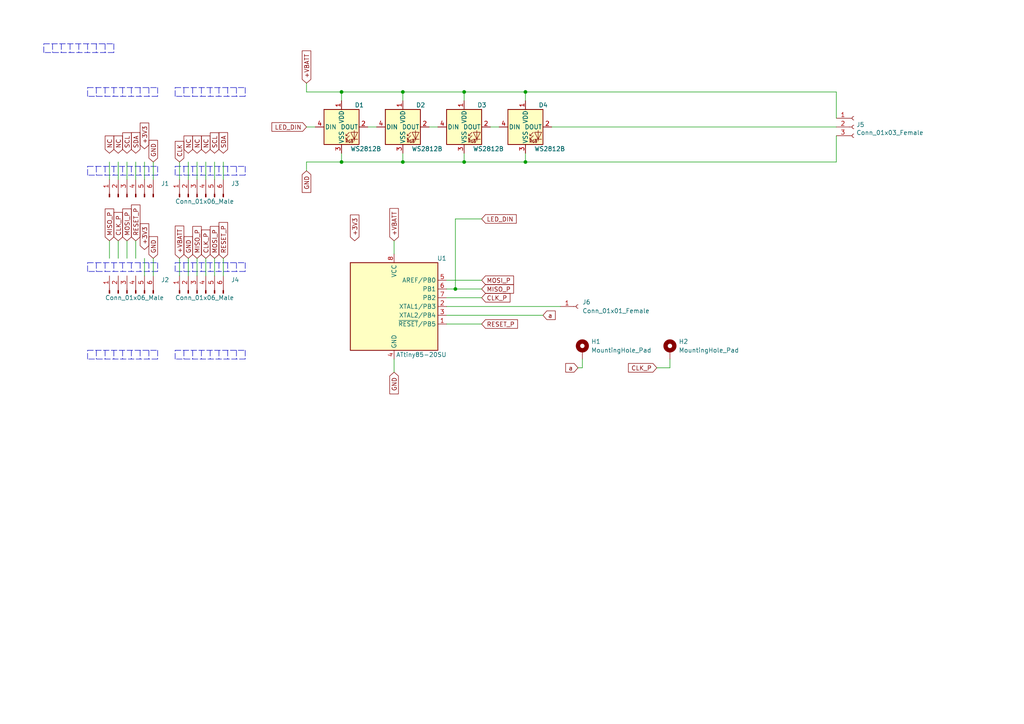
<source format=kicad_sch>
(kicad_sch (version 20211123) (generator eeschema)
  (paper "A4")
  (lib_symbols
    (symbol "Connector:Conn_01x01_Female" (pin_names (offset 1.016) hide)
      (property "Reference" "J" (at 0 2.54 0))
      (property "Value" "Conn_01x01_Female" (at 0 -2.54 0))
      (symbol "Conn_01x01_Female_1_1"
        (polyline (pts (xy -1.27 0) (xy -0.508 0)) (stroke (width 0.1524)))
        (arc (start 0 0.508) (mid -0.508 0) (end 0 -0.508) (stroke (width 0.1524)))
        (pin passive line (at -5.08 0 0) (length 3.81) (name "Pin_1") (number "1"))
      )
    )
    (symbol "Connector:Conn_01x03_Female" (pin_names (offset 1.016) hide)
      (property "Reference" "J" (at 0 5.08 0))
      (property "Value" "Conn_01x03_Female" (at 0 -5.08 0))
      (symbol "Conn_01x03_Female_1_1"
        (arc (start 0 -2.032) (mid -0.508 -2.54) (end 0 -3.048) (stroke (width 0.1524)))
        (polyline (pts (xy -1.27 -2.54) (xy -0.508 -2.54)) (stroke (width 0.1524)))
        (polyline (pts (xy -1.27 0) (xy -0.508 0)) (stroke (width 0.1524)))
        (polyline (pts (xy -1.27 2.54) (xy -0.508 2.54)) (stroke (width 0.1524)))
        (arc (start 0 0.508) (mid -0.508 0) (end 0 -0.508) (stroke (width 0.1524)))
        (arc (start 0 3.048) (mid -0.508 2.54) (end 0 2.032) (stroke (width 0.1524)))
        (pin passive line (at -5.08 2.54 0) (length 3.81) (name "Pin_1") (number "1"))
        (pin passive line (at -5.08 0 0) (length 3.81) (name "Pin_2") (number "2"))
        (pin passive line (at -5.08 -2.54 0) (length 3.81) (name "Pin_3") (number "3"))
      )
    )
    (symbol "Connector:Conn_01x06_Male" (pin_names (offset 1.016) hide)
      (property "Reference" "J" (at 0 7.62 0))
      (property "Value" "Conn_01x06_Male" (at 0 -10.16 0))
      (symbol "Conn_01x06_Male_1_1"
        (polyline (pts (xy 1.27 -7.62) (xy 0.8636 -7.62)) (stroke (width 0.1524)))
        (polyline (pts (xy 1.27 -5.08) (xy 0.8636 -5.08)) (stroke (width 0.1524)))
        (polyline (pts (xy 1.27 -2.54) (xy 0.8636 -2.54)) (stroke (width 0.1524)))
        (polyline (pts (xy 1.27 0) (xy 0.8636 0)) (stroke (width 0.1524)))
        (polyline (pts (xy 1.27 2.54) (xy 0.8636 2.54)) (stroke (width 0.1524)))
        (polyline (pts (xy 1.27 5.08) (xy 0.8636 5.08)) (stroke (width 0.1524)))
        (rectangle (start 0.8636 -7.493) (end 0 -7.747) (stroke (width 0.1524)) (fill (type outline)))
        (rectangle (start 0.8636 -4.953) (end 0 -5.207) (stroke (width 0.1524)) (fill (type outline)))
        (rectangle (start 0.8636 -2.413) (end 0 -2.667) (stroke (width 0.1524)) (fill (type outline)))
        (rectangle (start 0.8636 0.127) (end 0 -0.127) (stroke (width 0.1524)) (fill (type outline)))
        (rectangle (start 0.8636 2.667) (end 0 2.413) (stroke (width 0.1524)) (fill (type outline)))
        (rectangle (start 0.8636 5.207) (end 0 4.953) (stroke (width 0.1524)) (fill (type outline)))
        (pin passive line (at 5.08 5.08 180) (length 3.81) (name "Pin_1") (number "1"))
        (pin passive line (at 5.08 2.54 180) (length 3.81) (name "Pin_2") (number "2"))
        (pin passive line (at 5.08 0 180) (length 3.81) (name "Pin_3") (number "3"))
        (pin passive line (at 5.08 -2.54 180) (length 3.81) (name "Pin_4") (number "4"))
        (pin passive line (at 5.08 -5.08 180) (length 3.81) (name "Pin_5") (number "5"))
        (pin passive line (at 5.08 -7.62 180) (length 3.81) (name "Pin_6") (number "6"))
      )
    )
    (symbol "LED:WS2812B" (pin_names (offset 0.254))
      (property "Reference" "D" (at 5.08 5.715 0))
      (property "Value" "WS2812B" (at 1.27 -5.715 0))
      (symbol "WS2812B_0_0"
        (text "RGB" (at 2.286 -4.191 0) (effects (font (size 0.762 0.762))))
      )
      (symbol "WS2812B_0_1"
        (polyline (pts (xy 1.27 -3.556) (xy 1.778 -3.556)))
        (polyline (pts (xy 1.27 -2.54) (xy 1.778 -2.54)))
        (polyline (pts (xy 4.699 -3.556) (xy 2.667 -3.556)))
        (polyline (pts (xy 2.286 -2.54) (xy 1.27 -3.556) (xy 1.27 -3.048)))
        (polyline (pts (xy 2.286 -1.524) (xy 1.27 -2.54) (xy 1.27 -2.032)))
        (polyline (pts (xy 3.683 -1.016) (xy 3.683 -3.556) (xy 3.683 -4.064)))
        (polyline (pts (xy 4.699 -1.524) (xy 2.667 -1.524) (xy 3.683 -3.556) (xy 4.699 -1.524)))
        (rectangle (start 5.08 5.08) (end -5.08 -5.08) (stroke (width 0.254)) (fill (type background)))
      )
      (symbol "WS2812B_1_1"
        (pin power_in line (at 0 7.62 270) (length 2.54) (name "VDD") (number "1"))
        (pin output line (at 7.62 0 180) (length 2.54) (name "DOUT") (number "2"))
        (pin power_in line (at 0 -7.62 90) (length 2.54) (name "VSS") (number "3"))
        (pin input line (at -7.62 0 0) (length 2.54) (name "DIN") (number "4"))
      )
    )
    (symbol "Mechanical:MountingHole_Pad" (pin_numbers hide) (pin_names (offset 1.016) hide)
      (property "Reference" "H" (at 0 6.35 0))
      (property "Value" "MountingHole_Pad" (at 0 4.445 0))
      (symbol "MountingHole_Pad_0_1"
        (circle (center 0 1.27) (radius 1.27) (stroke (width 1.27)))
      )
      (symbol "MountingHole_Pad_1_1"
        (pin input line (at 0 -2.54 90) (length 2.54) (name "1") (number "1"))
      )
    )
    (symbol "companion-rescue:ATtiny85-20SU-MCU_Microchip_ATtiny"
      (property "Reference" "U" (at -12.7 13.97 0))
      (property "Value" "ATtiny85-20SU-MCU_Microchip_ATtiny" (at 2.54 -13.97 0))
      (symbol "ATtiny85-20SU-MCU_Microchip_ATtiny_0_1"
        (rectangle (start -12.7 -12.7) (end 12.7 12.7) (stroke (width 0.254)) (fill (type background)))
      )
      (symbol "ATtiny85-20SU-MCU_Microchip_ATtiny_1_1"
        (pin bidirectional line (at 15.24 -5.08 180) (length 2.54) (name "~{RESET}/PB5") (number "1"))
        (pin bidirectional line (at 15.24 0 180) (length 2.54) (name "XTAL1/PB3") (number "2"))
        (pin bidirectional line (at 15.24 -2.54 180) (length 2.54) (name "XTAL2/PB4") (number "3"))
        (pin power_in line (at 0 -15.24 90) (length 2.54) (name "GND") (number "4"))
        (pin bidirectional line (at 15.24 7.62 180) (length 2.54) (name "AREF/PB0") (number "5"))
        (pin bidirectional line (at 15.24 5.08 180) (length 2.54) (name "PB1") (number "6"))
        (pin bidirectional line (at 15.24 2.54 180) (length 2.54) (name "PB2") (number "7"))
        (pin power_in line (at 0 15.24 270) (length 2.54) (name "VCC") (number "8"))
      )
    )
  )
  (junction (at 134.62 46.99))
  (junction (at 116.84 26.67))
  (junction (at 116.84 46.99))
  (junction (at 99.06 46.99))
  (junction (at 152.4 26.67))
  (junction (at 152.4 46.99))
  (junction (at 134.62 26.67))
  (junction (at 132.08 83.82))
  (junction (at 99.06 26.67))
  (polyline (pts (xy 71.12 27.94) (xy 50.8 27.94)))
  (wire (pts (xy 134.62 26.67) (xy 152.4 26.67)))
  (polyline (pts (xy 71.12 50.8) (xy 50.8 50.8)))
  (wire (pts (xy 132.08 83.82) (xy 139.7 83.82)))
  (polyline (pts (xy 33.02 48.26) (xy 33.02 50.8)))
  (wire (pts (xy 57.15 46.99) (xy 57.15 52.07)))
  (wire (pts (xy 134.62 46.99) (xy 134.62 44.45)))
  (polyline (pts (xy 63.5 25.4) (xy 63.5 27.94)))
  (polyline (pts (xy 45.72 25.4) (xy 45.72 27.94)))
  (polyline (pts (xy 33.02 25.4) (xy 33.02 27.94)))
  (wire (pts (xy 129.54 91.44) (xy 157.48 91.44)))
  (polyline (pts (xy 25.4 27.94) (xy 25.4 25.4)))
  (polyline (pts (xy 33.02 101.6) (xy 33.02 104.14)))
  (wire (pts (xy 62.23 46.99) (xy 62.23 52.07)))
  (polyline (pts (xy 55.88 101.6) (xy 55.88 104.14)))
  (wire (pts (xy 54.61 74.93) (xy 54.61 80.01)))
  (wire (pts (xy 99.06 26.67) (xy 116.84 26.67)))
  (polyline (pts (xy 35.56 25.4) (xy 35.56 27.94)))
  (polyline (pts (xy 25.4 25.4) (xy 45.72 25.4)))
  (polyline (pts (xy 40.64 76.2) (xy 40.64 78.74)))
  (polyline (pts (xy 71.12 76.2) (xy 71.12 78.74)))
  (polyline (pts (xy 25.4 78.74) (xy 25.4 76.2)))
  (polyline (pts (xy 55.88 76.2) (xy 55.88 78.74)))
  (polyline (pts (xy 20.32 12.7) (xy 20.32 15.24)))
  (wire (pts (xy 114.3 104.14) (xy 114.3 107.95)))
  (wire (pts (xy 36.83 46.99) (xy 36.83 52.07)))
  (wire (pts (xy 59.69 46.99) (xy 59.69 52.07)))
  (polyline (pts (xy 50.8 27.94) (xy 50.8 25.4)))
  (polyline (pts (xy 60.96 76.2) (xy 60.96 78.74)))
  (wire (pts (xy 39.37 46.99) (xy 39.37 52.07)))
  (polyline (pts (xy 38.1 48.26) (xy 38.1 50.8)))
  (wire (pts (xy 129.54 88.9) (xy 162.56 88.9)))
  (polyline (pts (xy 45.72 50.8) (xy 25.4 50.8)))
  (wire (pts (xy 242.57 34.29) (xy 242.57 26.67)))
  (polyline (pts (xy 53.34 25.4) (xy 53.34 27.94)))
  (polyline (pts (xy 30.48 12.7) (xy 30.48 15.24)))
  (polyline (pts (xy 68.58 48.26) (xy 68.58 50.8)))
  (polyline (pts (xy 25.4 12.7) (xy 25.4 15.24)))
  (polyline (pts (xy 25.4 101.6) (xy 45.72 101.6)))
  (wire (pts (xy 64.77 46.99) (xy 64.77 52.07)))
  (wire (pts (xy 129.54 83.82) (xy 132.08 83.82)))
  (polyline (pts (xy 58.42 76.2) (xy 58.42 78.74)))
  (polyline (pts (xy 45.72 78.74) (xy 25.4 78.74)))
  (polyline (pts (xy 15.24 12.7) (xy 15.24 15.24)))
  (polyline (pts (xy 27.94 48.26) (xy 27.94 50.8)))
  (polyline (pts (xy 63.5 76.2) (xy 63.5 78.74)))
  (polyline (pts (xy 60.96 101.6) (xy 60.96 104.14)))
  (wire (pts (xy 34.29 69.85) (xy 34.29 74.93)))
  (polyline (pts (xy 43.18 76.2) (xy 43.18 78.74)))
  (polyline (pts (xy 50.8 78.74) (xy 50.8 76.2)))
  (wire (pts (xy 167.64 106.68) (xy 168.91 106.68)))
  (polyline (pts (xy 66.04 101.6) (xy 66.04 104.14)))
  (wire (pts (xy 116.84 46.99) (xy 116.84 44.45)))
  (polyline (pts (xy 66.04 25.4) (xy 66.04 27.94)))
  (wire (pts (xy 168.91 106.68) (xy 168.91 104.14)))
  (polyline (pts (xy 43.18 48.26) (xy 43.18 50.8)))
  (wire (pts (xy 134.62 29.21) (xy 134.62 26.67)))
  (polyline (pts (xy 12.7 12.7) (xy 33.02 12.7)))
  (polyline (pts (xy 33.02 15.24) (xy 12.7 15.24)))
  (polyline (pts (xy 58.42 25.4) (xy 58.42 27.94)))
  (wire (pts (xy 129.54 86.36) (xy 139.7 86.36)))
  (wire (pts (xy 99.06 29.21) (xy 99.06 26.67)))
  (polyline (pts (xy 66.04 48.26) (xy 66.04 50.8)))
  (wire (pts (xy 52.07 46.99) (xy 52.07 52.07)))
  (polyline (pts (xy 60.96 48.26) (xy 60.96 50.8)))
  (polyline (pts (xy 43.18 101.6) (xy 43.18 104.14)))
  (wire (pts (xy 99.06 46.99) (xy 116.84 46.99)))
  (polyline (pts (xy 68.58 76.2) (xy 68.58 78.74)))
  (wire (pts (xy 152.4 46.99) (xy 242.57 46.99)))
  (wire (pts (xy 88.9 49.53) (xy 88.9 46.99)))
  (polyline (pts (xy 45.72 101.6) (xy 45.72 104.14)))
  (polyline (pts (xy 30.48 76.2) (xy 30.48 78.74)))
  (wire (pts (xy 139.7 63.5) (xy 132.08 63.5)))
  (polyline (pts (xy 53.34 76.2) (xy 53.34 78.74)))
  (polyline (pts (xy 27.94 76.2) (xy 27.94 78.74)))
  (wire (pts (xy 88.9 36.83) (xy 91.44 36.83)))
  (polyline (pts (xy 30.48 25.4) (xy 30.48 27.94)))
  (wire (pts (xy 124.46 36.83) (xy 127 36.83)))
  (wire (pts (xy 152.4 29.21) (xy 152.4 26.67)))
  (polyline (pts (xy 66.04 76.2) (xy 66.04 78.74)))
  (wire (pts (xy 88.9 26.67) (xy 99.06 26.67)))
  (polyline (pts (xy 38.1 76.2) (xy 38.1 78.74)))
  (polyline (pts (xy 55.88 25.4) (xy 55.88 27.94)))
  (polyline (pts (xy 53.34 101.6) (xy 53.34 104.14)))
  (polyline (pts (xy 33.02 76.2) (xy 33.02 78.74)))
  (polyline (pts (xy 63.5 101.6) (xy 63.5 104.14)))
  (polyline (pts (xy 60.96 25.4) (xy 60.96 27.94)))
  (polyline (pts (xy 35.56 101.6) (xy 35.56 104.14)))
  (wire (pts (xy 160.02 36.83) (xy 242.57 36.83)))
  (polyline (pts (xy 27.94 25.4) (xy 27.94 27.94)))
  (wire (pts (xy 59.69 74.93) (xy 59.69 80.01)))
  (wire (pts (xy 242.57 39.37) (xy 242.57 46.99)))
  (polyline (pts (xy 45.72 104.14) (xy 25.4 104.14)))
  (wire (pts (xy 152.4 46.99) (xy 152.4 44.45)))
  (polyline (pts (xy 27.94 12.7) (xy 27.94 15.24)))
  (wire (pts (xy 116.84 46.99) (xy 134.62 46.99)))
  (wire (pts (xy 31.75 69.85) (xy 31.75 74.93)))
  (polyline (pts (xy 50.8 76.2) (xy 71.12 76.2)))
  (wire (pts (xy 54.61 46.99) (xy 54.61 52.07)))
  (wire (pts (xy 132.08 63.5) (xy 132.08 83.82)))
  (polyline (pts (xy 50.8 48.26) (xy 71.12 48.26)))
  (polyline (pts (xy 58.42 101.6) (xy 58.42 104.14)))
  (polyline (pts (xy 35.56 76.2) (xy 35.56 78.74)))
  (polyline (pts (xy 30.48 101.6) (xy 30.48 104.14)))
  (polyline (pts (xy 43.18 25.4) (xy 43.18 27.94)))
  (polyline (pts (xy 40.64 48.26) (xy 40.64 50.8)))
  (polyline (pts (xy 27.94 101.6) (xy 27.94 104.14)))
  (wire (pts (xy 152.4 26.67) (xy 242.57 26.67)))
  (polyline (pts (xy 53.34 48.26) (xy 53.34 50.8)))
  (polyline (pts (xy 25.4 50.8) (xy 25.4 48.26)))
  (wire (pts (xy 194.31 106.68) (xy 194.31 104.14)))
  (polyline (pts (xy 58.42 48.26) (xy 58.42 50.8)))
  (wire (pts (xy 41.91 74.93) (xy 41.91 80.01)))
  (polyline (pts (xy 35.56 48.26) (xy 35.56 50.8)))
  (wire (pts (xy 52.07 74.93) (xy 52.07 80.01)))
  (polyline (pts (xy 33.02 12.7) (xy 33.02 15.24)))
  (polyline (pts (xy 71.12 78.74) (xy 50.8 78.74)))
  (wire (pts (xy 116.84 26.67) (xy 134.62 26.67)))
  (polyline (pts (xy 25.4 48.26) (xy 45.72 48.26)))
  (wire (pts (xy 134.62 46.99) (xy 152.4 46.99)))
  (polyline (pts (xy 12.7 15.24) (xy 12.7 12.7)))
  (polyline (pts (xy 71.12 101.6) (xy 71.12 104.14)))
  (polyline (pts (xy 25.4 104.14) (xy 25.4 101.6)))
  (wire (pts (xy 88.9 46.99) (xy 99.06 46.99)))
  (polyline (pts (xy 63.5 48.26) (xy 63.5 50.8)))
  (polyline (pts (xy 50.8 101.6) (xy 71.12 101.6)))
  (wire (pts (xy 139.7 93.98) (xy 129.54 93.98)))
  (polyline (pts (xy 50.8 50.8) (xy 50.8 48.26)))
  (polyline (pts (xy 45.72 76.2) (xy 45.72 78.74)))
  (polyline (pts (xy 40.64 101.6) (xy 40.64 104.14)))
  (polyline (pts (xy 55.88 48.26) (xy 55.88 50.8)))
  (polyline (pts (xy 25.4 76.2) (xy 45.72 76.2)))
  (polyline (pts (xy 71.12 48.26) (xy 71.12 50.8)))
  (wire (pts (xy 31.75 46.99) (xy 31.75 52.07)))
  (wire (pts (xy 64.77 74.93) (xy 64.77 80.01)))
  (polyline (pts (xy 40.64 25.4) (xy 40.64 27.94)))
  (wire (pts (xy 44.45 46.99) (xy 44.45 52.07)))
  (wire (pts (xy 116.84 29.21) (xy 116.84 26.67)))
  (wire (pts (xy 41.91 46.99) (xy 41.91 52.07)))
  (wire (pts (xy 39.37 69.85) (xy 39.37 74.93)))
  (polyline (pts (xy 68.58 25.4) (xy 68.58 27.94)))
  (polyline (pts (xy 17.78 12.7) (xy 17.78 15.24)))
  (polyline (pts (xy 38.1 25.4) (xy 38.1 27.94)))
  (wire (pts (xy 129.54 81.28) (xy 139.7 81.28)))
  (wire (pts (xy 44.45 74.93) (xy 44.45 80.01)))
  (wire (pts (xy 106.68 36.83) (xy 109.22 36.83)))
  (polyline (pts (xy 38.1 101.6) (xy 38.1 104.14)))
  (wire (pts (xy 34.29 46.99) (xy 34.29 52.07)))
  (polyline (pts (xy 30.48 48.26) (xy 30.48 50.8)))
  (polyline (pts (xy 71.12 104.14) (xy 50.8 104.14)))
  (polyline (pts (xy 22.86 12.7) (xy 22.86 15.24)))
  (wire (pts (xy 142.24 36.83) (xy 144.78 36.83)))
  (wire (pts (xy 62.23 74.93) (xy 62.23 80.01)))
  (polyline (pts (xy 68.58 101.6) (xy 68.58 104.14)))
  (wire (pts (xy 36.83 69.85) (xy 36.83 74.93)))
  (wire (pts (xy 88.9 24.13) (xy 88.9 26.67)))
  (polyline (pts (xy 45.72 48.26) (xy 45.72 50.8)))
  (polyline (pts (xy 50.8 104.14) (xy 50.8 101.6)))
  (wire (pts (xy 190.5 106.68) (xy 194.31 106.68)))
  (wire (pts (xy 99.06 46.99) (xy 99.06 44.45)))
  (polyline (pts (xy 71.12 25.4) (xy 71.12 27.94)))
  (wire (pts (xy 114.3 69.85) (xy 114.3 73.66)))
  (polyline (pts (xy 50.8 25.4) (xy 71.12 25.4)))
  (polyline (pts (xy 45.72 27.94) (xy 25.4 27.94)))
  (wire (pts (xy 57.15 74.93) (xy 57.15 80.01)))
  (global_label "+3V3" (shape input) (at 41.91 43.18 90) (property "Intersheet References" "${INTERSHEET_REFS}" (effects hide)))
  (global_label "+VBATT" (shape input) (at 88.9 24.13 90) (property "Intersheet References" "${INTERSHEET_REFS}" (effects hide)))
  (global_label "+3V3" (shape input) (at 102.87 69.85 90) (property "Intersheet References" "${INTERSHEET_REFS}" (effects hide)))
  (global_label "MOSI_P" (shape input) (at 36.83 69.85 90) (property "Intersheet References" "${INTERSHEET_REFS}" (effects hide)))
  (global_label "+3V3" (shape input) (at 41.91 72.39 90) (property "Intersheet References" "${INTERSHEET_REFS}" (effects hide)))
  (global_label "CLK_P" (shape input) (at 34.29 69.85 90) (property "Intersheet References" "${INTERSHEET_REFS}" (effects hide)))
  (global_label "CLK_P" (shape input) (at 139.7 86.36 0) (property "Intersheet References" "${INTERSHEET_REFS}" (effects hide)))
  (global_label "MOSI_P" (shape input) (at 62.23 74.93 90) (property "Intersheet References" "${INTERSHEET_REFS}" (effects hide)))
  (global_label "NC" (shape input) (at 59.69 44.45 90) (property "Intersheet References" "${INTERSHEET_REFS}" (effects hide)))
  (global_label "RESET_P" (shape input) (at 39.37 69.85 90) (property "Intersheet References" "${INTERSHEET_REFS}" (effects hide)))
  (global_label "GND" (shape input) (at 114.3 107.95 270) (property "Intersheet References" "${INTERSHEET_REFS}" (effects hide)))
  (global_label "SDA" (shape input) (at 64.77 44.45 90) (property "Intersheet References" "${INTERSHEET_REFS}" (effects hide)))
  (global_label "RESET_P" (shape input) (at 139.7 93.98 0) (property "Intersheet References" "${INTERSHEET_REFS}" (effects hide)))
  (global_label "SCL" (shape input) (at 36.83 44.45 90) (property "Intersheet References" "${INTERSHEET_REFS}" (effects hide)))
  (global_label "LED_DIN" (shape input) (at 139.7 63.5 0) (property "Intersheet References" "${INTERSHEET_REFS}" (effects hide)))
  (global_label "CLK_P" (shape input) (at 59.69 74.93 90) (property "Intersheet References" "${INTERSHEET_REFS}" (effects hide)))
  (global_label "MISO_P" (shape input) (at 31.75 69.85 90) (property "Intersheet References" "${INTERSHEET_REFS}" (effects hide)))
  (global_label "GND" (shape input) (at 54.61 74.93 90) (property "Intersheet References" "${INTERSHEET_REFS}" (effects hide)))
  (global_label "a" (shape input) (at 157.48 91.44 0) (property "Intersheet References" "${INTERSHEET_REFS}" (effects hide)))
  (global_label "+VBATT" (shape input) (at 52.07 74.93 90) (property "Intersheet References" "${INTERSHEET_REFS}" (effects hide)))
  (global_label "CLK" (shape input) (at 52.07 46.99 90) (property "Intersheet References" "${INTERSHEET_REFS}" (effects hide)))
  (global_label "+VBATT" (shape input) (at 114.3 69.85 90) (property "Intersheet References" "${INTERSHEET_REFS}" (effects hide)))
  (global_label "LED_DIN" (shape input) (at 88.9 36.83 180) (property "Intersheet References" "${INTERSHEET_REFS}" (effects hide)))
  (global_label "NC" (shape input) (at 31.75 44.45 90) (property "Intersheet References" "${INTERSHEET_REFS}" (effects hide)))
  (global_label "GND" (shape input) (at 44.45 74.93 90) (property "Intersheet References" "${INTERSHEET_REFS}" (effects hide)))
  (global_label "CLK_P" (shape input) (at 190.5 106.68 180) (property "Intersheet References" "${INTERSHEET_REFS}" (effects hide)))
  (global_label "SDA" (shape input) (at 39.37 44.45 90) (property "Intersheet References" "${INTERSHEET_REFS}" (effects hide)))
  (global_label "a" (shape input) (at 167.64 106.68 180) (property "Intersheet References" "${INTERSHEET_REFS}" (effects hide)))
  (global_label "GND" (shape input) (at 88.9 49.53 270) (property "Intersheet References" "${INTERSHEET_REFS}" (effects hide)))
  (global_label "SCL" (shape input) (at 62.23 44.45 90) (property "Intersheet References" "${INTERSHEET_REFS}" (effects hide)))
  (global_label "RESET_P" (shape input) (at 64.77 74.93 90) (property "Intersheet References" "${INTERSHEET_REFS}" (effects hide)))
  (global_label "MOSI_P" (shape input) (at 139.7 81.28 0) (property "Intersheet References" "${INTERSHEET_REFS}" (effects hide)))
  (global_label "NC" (shape input) (at 57.15 44.45 90) (property "Intersheet References" "${INTERSHEET_REFS}" (effects hide)))
  (global_label "MISO_P" (shape input) (at 57.15 74.93 90) (property "Intersheet References" "${INTERSHEET_REFS}" (effects hide)))
  (global_label "NC" (shape input) (at 54.61 44.45 90) (property "Intersheet References" "${INTERSHEET_REFS}" (effects hide)))
  (global_label "NC" (shape input) (at 34.29 44.45 90) (property "Intersheet References" "${INTERSHEET_REFS}" (effects hide)))
  (global_label "MISO_P" (shape input) (at 139.7 83.82 0) (property "Intersheet References" "${INTERSHEET_REFS}" (effects hide)))
  (global_label "GND" (shape input) (at 44.45 46.99 90) (property "Intersheet References" "${INTERSHEET_REFS}" (effects hide)))
  (symbol (lib_id "LED:WS2812B") (at 99.06 36.83 0) (unit 1)
    (property "Reference" "D1" (at 102.87 30.48 0) (effects (justify left)))
    (property "Value" "WS2812B" (at 101.6 43.18 0) (effects (justify left)))
    (property "Footprint" "LED_SMD:LED_WS2812B_PLCC4_5.0x5.0mm_P3.2mm" (effects hide))
    (property "Datasheet" "https://cdn-shop.adafruit.com/datasheets/WS2812B.pdf" (effects hide))
  )
  (symbol (lib_id "LED:WS2812B") (at 134.62 36.83 0) (unit 1)
    (property "Reference" "D3" (at 138.43 30.48 0) (effects (justify left)))
    (property "Value" "WS2812B" (at 137.16 43.18 0) (effects (justify left)))
    (property "Footprint" "LED_SMD:LED_WS2812B_PLCC4_5.0x5.0mm_P3.2mm" (effects hide))
    (property "Datasheet" "https://cdn-shop.adafruit.com/datasheets/WS2812B.pdf" (effects hide))
  )
  (symbol (lib_id "LED:WS2812B") (at 116.84 36.83 0) (unit 1)
    (property "Reference" "D2" (at 120.65 30.48 0) (effects (justify left)))
    (property "Value" "WS2812B" (at 119.38 43.18 0) (effects (justify left)))
    (property "Footprint" "LED_SMD:LED_WS2812B_PLCC4_5.0x5.0mm_P3.2mm" (effects hide))
    (property "Datasheet" "https://cdn-shop.adafruit.com/datasheets/WS2812B.pdf" (effects hide))
  )
  (symbol (lib_id "LED:WS2812B") (at 152.4 36.83 0) (unit 1)
    (property "Reference" "D4" (at 156.21 30.48 0) (effects (justify left)))
    (property "Value" "WS2812B" (at 154.94 43.18 0) (effects (justify left)))
    (property "Footprint" "LED_SMD:LED_WS2812B_PLCC4_5.0x5.0mm_P3.2mm" (effects hide))
    (property "Datasheet" "https://cdn-shop.adafruit.com/datasheets/WS2812B.pdf" (effects hide))
  )
  (symbol (lib_id "companion-rescue:ATtiny85-20SU-MCU_Microchip_ATtiny") (at 114.3 88.9 0) (unit 1)
    (property "Reference" "U1" (at 129.54 74.93 0) (effects (justify right)))
    (property "Value" "ATtiny85-20SU" (at 129.54 102.87 0) (effects (justify right)))
    (property "Footprint" "Package_SO:SOIJ-8_5.3x5.3mm_P1.27mm" (effects hide))
    (property "Datasheet" "http://ww1.microchip.com/downloads/en/DeviceDoc/atmel-2586-avr-8-bit-microcontroller-attiny25-attiny45-attiny85_datasheet.pdf" (effects hide))
  )
  (symbol (lib_id "Connector:Conn_01x06_Male") (at 36.83 57.15 90) (unit 1)
    (property "Reference" "J1" (at 46.6852 53.2384 90) (effects (justify right)))
    (property "Value" "Conn_01x06_Male" (effects hide))
    (property "Footprint" "Connector_PinHeader_2.54mm:PinHeader_1x06_P2.54mm_Vertical" (effects hide))
  )
  (symbol (lib_id "Connector:Conn_01x06_Male") (at 36.83 85.09 90) (unit 1)
    (property "Reference" "J2" (at 46.6852 81.1784 90) (effects (justify right)))
    (property "Value" "Conn_01x06_Male" (at 30.48 86.36 90) (effects (justify right)))
    (property "Footprint" "Connector_PinHeader_2.54mm:PinHeader_1x06_P2.54mm_Vertical" (effects hide))
  )
  (symbol (lib_id "Connector:Conn_01x06_Male") (at 57.15 57.15 90) (unit 1)
    (property "Reference" "J3" (at 67.0052 53.2384 90) (effects (justify right)))
    (property "Value" "Conn_01x06_Male" (at 50.8 58.42 90) (effects (justify right)))
    (property "Footprint" "Connector_PinHeader_2.54mm:PinHeader_1x06_P2.54mm_Vertical" (effects hide))
  )
  (symbol (lib_id "Connector:Conn_01x06_Male") (at 57.15 85.09 90) (unit 1)
    (property "Reference" "J4" (at 67.0052 81.1784 90) (effects (justify right)))
    (property "Value" "Conn_01x06_Male" (at 50.8 86.36 90) (effects (justify right)))
    (property "Footprint" "Connector_PinHeader_2.54mm:PinHeader_1x06_P2.54mm_Vertical" (effects hide))
  )
  (symbol (lib_id "Connector:Conn_01x03_Female") (at 247.65 36.83 0) (unit 1)
    (property "Reference" "J5" (at 248.3612 36.1696 0) (effects (justify left)))
    (property "Value" "Conn_01x03_Female" (at 248.3612 38.481 0) (effects (justify left)))
    (property "Footprint" "Connector_PinHeader_2.54mm:PinHeader_1x03_P2.54mm_Vertical_SMD_Pin1Left" (effects hide))
  )
  (symbol (lib_id "Connector:Conn_01x01_Female") (at 167.64 88.9 0) (unit 1)
    (property "Reference" "J6" (at 168.91 87.6299 0) (effects (justify left)))
    (property "Value" "Conn_01x01_Female" (at 168.91 90.1699 0) (effects (justify left)))
    (property "Footprint" "Connector_Wire:SolderWirePad_1x01_SMD_1x2mm" (effects hide))
  )
  (symbol (lib_id "Mechanical:MountingHole_Pad") (at 168.91 101.6 0) (unit 1)
    (property "Reference" "H1" (at 171.45 99.0599 0) (effects (justify left)))
    (property "Value" "MountingHole_Pad" (at 171.45 101.5999 0) (effects (justify left)))
    (property "Footprint" "MountingHole:MountingHole_4.3mm_M4_DIN965_Pad_TopOnly" (effects hide))
  )
  (symbol (lib_id "Mechanical:MountingHole_Pad") (at 194.31 101.6 0) (unit 1)
    (property "Reference" "H2" (at 196.85 99.0599 0) (effects (justify left)))
    (property "Value" "MountingHole_Pad" (at 196.85 101.5999 0) (effects (justify left)))
    (property "Footprint" "MountingHole:MountingHole_4.3mm_M4_DIN965_Pad_TopOnly" (effects hide))
  )
)
</source>
